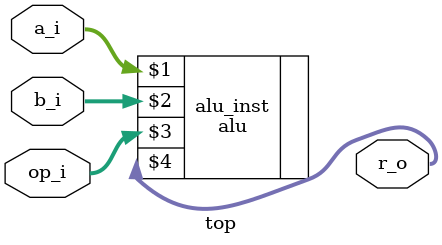
<source format=v>
module top #(parameter w=8) (a_i,b_i,op_i,r_o);
    input  [w-1:0]  a_i,b_i;
    input  [1:0]  op_i;
    output reg [(w*2)-1:0]  r_o;
    alu #(.w(w))alu_inst(a_i,b_i,op_i,r_o);
endmodule
</source>
